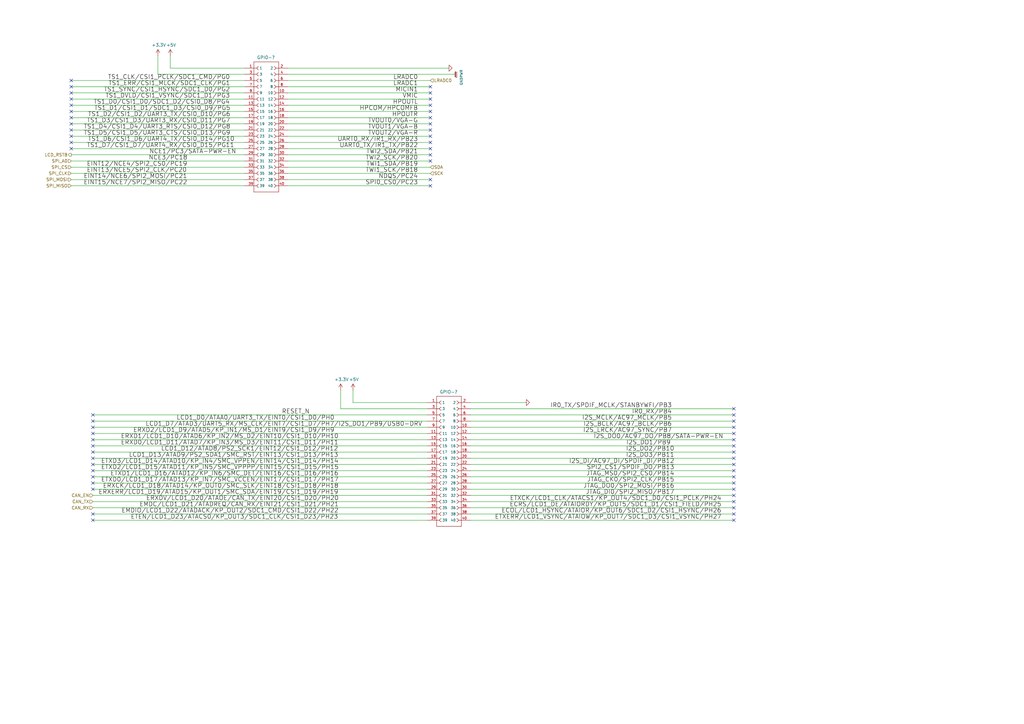
<source format=kicad_sch>
(kicad_sch (version 20211123) (generator eeschema)
  (paper "A3")
  (lib_symbols
    (symbol "centrale-rescue:FL40YA-V36P-2X20-LF" (pin_names (offset 1.016))
      (property "Reference" "CON" (at -5.08 26.162 0))
      (property "Value" "FL40YA-V36P-2X20-LF" (at -10.16 -30.48 0))
      (symbol "FL40YA-V36P-2X20-LF_1_0"
        (polyline (pts (xy -5.08 25.4) (xy -5.08 -27.94)))
        (polyline (pts (xy -5.08 25.4) (xy 5.08 25.4)))
        (polyline (pts (xy 5.08 -27.94) (xy -5.08 -27.94)))
        (polyline (pts (xy 5.08 -27.94) (xy 5.08 25.4)))
      )
      (symbol "FL40YA-V36P-2X20-LF_1_1"
        (arc (start -3.175 -24.765) (mid -3.81 -25.4) (end -3.175 -26.035))
        (arc (start -3.175 -22.225) (mid -3.81 -22.86) (end -3.175 -23.495))
        (arc (start -3.175 -19.685) (mid -3.81 -20.32) (end -3.175 -20.955))
        (arc (start -3.175 -17.145) (mid -3.81 -17.78) (end -3.175 -18.415))
        (arc (start -3.175 -14.605) (mid -3.81 -15.24) (end -3.175 -15.875))
        (arc (start -3.175 -12.065) (mid -3.81 -12.7) (end -3.175 -13.335))
        (arc (start -3.175 -9.525) (mid -3.81 -10.16) (end -3.175 -10.795))
        (arc (start -3.175 -6.985) (mid -3.81 -7.62) (end -3.175 -8.255))
        (arc (start -3.175 -4.445) (mid -3.81 -5.08) (end -3.175 -5.715))
        (arc (start -3.175 -1.905) (mid -3.81 -2.54) (end -3.175 -3.175))
        (arc (start -3.175 0.635) (mid -3.81 0) (end -3.175 -0.635))
        (arc (start -3.175 3.175) (mid -3.81 2.54) (end -3.175 1.905))
        (arc (start -3.175 5.715) (mid -3.81 5.08) (end -3.175 4.445))
        (arc (start -3.175 8.255) (mid -3.81 7.62) (end -3.175 6.985))
        (arc (start -3.175 10.795) (mid -3.81 10.16) (end -3.175 9.525))
        (arc (start -3.175 13.335) (mid -3.81 12.7) (end -3.175 12.065))
        (arc (start -3.175 15.875) (mid -3.81 15.24) (end -3.175 14.605))
        (arc (start -3.175 18.415) (mid -3.81 17.78) (end -3.175 17.145))
        (arc (start -3.175 20.955) (mid -3.81 20.32) (end -3.175 19.685))
        (arc (start -3.175 23.495) (mid -3.81 22.86) (end -3.175 22.225))
        (arc (start 3.175 -26.035) (mid 3.81 -25.4) (end 3.175 -24.765))
        (arc (start 3.175 -23.495) (mid 3.81 -22.86) (end 3.175 -22.225))
        (arc (start 3.175 -20.955) (mid 3.81 -20.32) (end 3.175 -19.685))
        (arc (start 3.175 -18.415) (mid 3.81 -17.78) (end 3.175 -17.145))
        (arc (start 3.175 -15.875) (mid 3.81 -15.24) (end 3.175 -14.605))
        (arc (start 3.175 -13.335) (mid 3.81 -12.7) (end 3.175 -12.065))
        (arc (start 3.175 -10.795) (mid 3.81 -10.16) (end 3.175 -9.525))
        (arc (start 3.175 -8.255) (mid 3.81 -7.62) (end 3.175 -6.985))
        (arc (start 3.175 -5.715) (mid 3.81 -5.08) (end 3.175 -4.445))
        (arc (start 3.175 -3.175) (mid 3.81 -2.54) (end 3.175 -1.905))
        (arc (start 3.175 -0.635) (mid 3.81 0) (end 3.175 0.635))
        (arc (start 3.175 1.905) (mid 3.81 2.54) (end 3.175 3.175))
        (arc (start 3.175 4.445) (mid 3.81 5.08) (end 3.175 5.715))
        (arc (start 3.175 6.985) (mid 3.81 7.62) (end 3.175 8.255))
        (arc (start 3.175 9.525) (mid 3.81 10.16) (end 3.175 10.795))
        (arc (start 3.175 12.065) (mid 3.81 12.7) (end 3.175 13.335))
        (arc (start 3.175 14.605) (mid 3.81 15.24) (end 3.175 15.875))
        (arc (start 3.175 17.145) (mid 3.81 17.78) (end 3.175 18.415))
        (arc (start 3.175 19.685) (mid 3.81 20.32) (end 3.175 20.955))
        (arc (start 3.175 22.225) (mid 3.81 22.86) (end 3.175 23.495))
        (pin passive line (at -8.89 -25.4 0) (length 5.08) (name "1") (number "1"))
        (pin passive line (at 8.89 -15.24 180) (length 5.08) (name "10") (number "10"))
        (pin passive line (at -8.89 -12.7 0) (length 5.08) (name "11") (number "11"))
        (pin passive line (at 8.89 -12.7 180) (length 5.08) (name "12") (number "12"))
        (pin passive line (at -8.89 -10.16 0) (length 5.08) (name "13") (number "13"))
        (pin passive line (at 8.89 -10.16 180) (length 5.08) (name "14") (number "14"))
        (pin passive line (at -8.89 -7.62 0) (length 5.08) (name "15") (number "15"))
        (pin passive line (at 8.89 -7.62 180) (length 5.08) (name "16") (number "16"))
        (pin passive line (at -8.89 -5.08 0) (length 5.08) (name "17") (number "17"))
        (pin passive line (at 8.89 -5.08 180) (length 5.08) (name "18") (number "18"))
        (pin passive line (at -8.89 -2.54 0) (length 5.08) (name "19") (number "19"))
        (pin passive line (at 8.89 -25.4 180) (length 5.08) (name "2") (number "2"))
        (pin passive line (at 8.89 -2.54 180) (length 5.08) (name "20") (number "20"))
        (pin passive line (at -8.89 0 0) (length 5.08) (name "21") (number "21"))
        (pin passive line (at 8.89 0 180) (length 5.08) (name "22") (number "22"))
        (pin passive line (at -8.89 2.54 0) (length 5.08) (name "23") (number "23"))
        (pin passive line (at 8.89 2.54 180) (length 5.08) (name "24") (number "24"))
        (pin passive line (at -8.89 5.08 0) (length 5.08) (name "25") (number "25"))
        (pin passive line (at 8.89 5.08 180) (length 5.08) (name "26") (number "26"))
        (pin passive line (at -8.89 7.62 0) (length 5.08) (name "27") (number "27"))
        (pin passive line (at 8.89 7.62 180) (length 5.08) (name "28") (number "28"))
        (pin passive line (at -8.89 10.16 0) (length 5.08) (name "29") (number "29"))
        (pin passive line (at -8.89 -22.86 0) (length 5.08) (name "3") (number "3"))
        (pin passive line (at 8.89 10.16 180) (length 5.08) (name "30") (number "30"))
        (pin passive line (at -8.89 12.7 0) (length 5.08) (name "31") (number "31"))
        (pin passive line (at 8.89 12.7 180) (length 5.08) (name "32") (number "32"))
        (pin passive line (at -8.89 15.24 0) (length 5.08) (name "33") (number "33"))
        (pin passive line (at 8.89 15.24 180) (length 5.08) (name "34") (number "34"))
        (pin passive line (at -8.89 17.78 0) (length 5.08) (name "35") (number "35"))
        (pin passive line (at 8.89 17.78 180) (length 5.08) (name "36") (number "36"))
        (pin passive line (at -8.89 20.32 0) (length 5.08) (name "37") (number "37"))
        (pin passive line (at 8.89 20.32 180) (length 5.08) (name "38") (number "38"))
        (pin passive line (at -8.89 22.86 0) (length 5.08) (name "39") (number "39"))
        (pin passive line (at 8.89 -22.86 180) (length 5.08) (name "4") (number "4"))
        (pin passive line (at 8.89 22.86 180) (length 5.08) (name "40") (number "40"))
        (pin passive line (at -8.89 -20.32 0) (length 5.08) (name "5") (number "5"))
        (pin passive line (at 8.89 -20.32 180) (length 5.08) (name "6") (number "6"))
        (pin passive line (at -8.89 -17.78 0) (length 5.08) (name "7") (number "7"))
        (pin passive line (at 8.89 -17.78 180) (length 5.08) (name "8") (number "8"))
        (pin passive line (at -8.89 -15.24 0) (length 5.08) (name "9") (number "9"))
      )
    )
    (symbol "centrale-rescue:GND" (power) (pin_names (offset 0))
      (symbol "GND_0_1"
        (polyline (pts (xy -1.27 0) (xy 0 -1.27) (xy 1.27 0) (xy -1.27 0)))
      )
      (symbol "GND_1_1"
        (pin power_in line (at 0 0 90) (length 0) hide (name "GND") (number "1"))
      )
    )
    (symbol "centrale-rescue:GNDPWR" (power) (pin_numbers hide) (pin_names (offset 0) hide)
      (property "Value" "GNDPWR" (at 0 -2.032 0))
      (symbol "GNDPWR_0_1"
        (polyline (pts (xy -1.016 0) (xy -1.27 -0.762) (xy -1.27 -0.762)) (stroke (width 0.2032)))
        (polyline (pts (xy -0.508 0) (xy -0.762 -0.762) (xy -0.762 -0.762)) (stroke (width 0.2032)))
        (polyline (pts (xy 0 0) (xy -0.254 -0.762) (xy -0.254 -0.762)) (stroke (width 0.2032)))
        (polyline (pts (xy 0.508 0) (xy 0.254 -0.762) (xy 0.254 -0.762)) (stroke (width 0.2032)))
        (polyline (pts (xy 1.016 0) (xy -1.016 0) (xy -1.016 0)) (stroke (width 0.254)))
        (polyline (pts (xy 1.016 0) (xy 0.762 -0.762) (xy 0.762 -0.762) (xy 0.762 -0.762)) (stroke (width 0.2032)))
      )
      (symbol "GNDPWR_1_1"
        (pin power_in line (at 0 0 90) (length 0) hide (name "GNDPWR") (number "1"))
      )
    )
    (symbol "power:+3.3V" (power) (pin_names (offset 0))
      (property "Value" "+3.3V" (at 0 3.556 0))
      (symbol "+3.3V_0_1"
        (polyline (pts (xy -0.762 1.27) (xy 0 2.54)))
        (polyline (pts (xy 0 0) (xy 0 2.54)))
        (polyline (pts (xy 0 2.54) (xy 0.762 1.27)))
      )
      (symbol "+3.3V_1_1"
        (pin power_in line (at 0 0 90) (length 0) hide (name "+3.3V") (number "1"))
      )
    )
    (symbol "power:+5V" (power) (pin_names (offset 0))
      (property "Value" "+5V" (at 0 3.556 0))
      (symbol "+5V_0_1"
        (polyline (pts (xy -0.762 1.27) (xy 0 2.54)))
        (polyline (pts (xy 0 0) (xy 0 2.54)))
        (polyline (pts (xy 0 2.54) (xy 0.762 1.27)))
      )
      (symbol "+5V_1_1"
        (pin power_in line (at 0 0 90) (length 0) hide (name "+5V") (number "1"))
      )
    )
  )
  (no_connect (at 176.53 45.72))
  (no_connect (at 38.1 195.58))
  (no_connect (at 38.1 187.96))
  (no_connect (at 29.21 33.02))
  (no_connect (at 300.99 182.88))
  (no_connect (at 29.21 55.88))
  (no_connect (at 300.99 185.42))
  (no_connect (at 29.21 53.34))
  (no_connect (at 176.53 38.1))
  (no_connect (at 176.53 40.64))
  (no_connect (at 38.1 185.42))
  (no_connect (at 38.1 213.36))
  (no_connect (at 300.99 170.18))
  (no_connect (at 29.21 40.64))
  (no_connect (at 38.1 198.12))
  (no_connect (at 176.53 66.04))
  (no_connect (at 176.53 63.5))
  (no_connect (at 38.1 177.8))
  (no_connect (at 38.1 180.34))
  (no_connect (at 176.53 76.2))
  (no_connect (at 300.99 193.04))
  (no_connect (at 300.99 213.36))
  (no_connect (at 29.21 45.72))
  (no_connect (at 176.53 53.34))
  (no_connect (at 300.99 187.96))
  (no_connect (at 29.21 38.1))
  (no_connect (at 176.53 55.88))
  (no_connect (at 176.53 58.42))
  (no_connect (at 300.99 177.8))
  (no_connect (at 300.99 172.72))
  (no_connect (at 176.53 73.66))
  (no_connect (at 176.53 60.96))
  (no_connect (at 29.21 50.8))
  (no_connect (at 29.21 35.56))
  (no_connect (at 300.99 180.34))
  (no_connect (at 38.1 200.66))
  (no_connect (at 300.99 195.58))
  (no_connect (at 38.1 175.26))
  (no_connect (at 176.53 35.56))
  (no_connect (at 176.53 43.18))
  (no_connect (at 300.99 203.2))
  (no_connect (at 29.21 48.26))
  (no_connect (at 300.99 167.64))
  (no_connect (at 300.99 190.5))
  (no_connect (at 300.99 205.74))
  (no_connect (at 38.1 170.18))
  (no_connect (at 29.21 58.42))
  (no_connect (at 38.1 193.04))
  (no_connect (at 300.99 200.66))
  (no_connect (at 29.21 60.96))
  (no_connect (at 176.53 48.26))
  (no_connect (at 300.99 210.82))
  (no_connect (at 38.1 190.5))
  (no_connect (at 176.53 50.8))
  (no_connect (at 300.99 198.12))
  (no_connect (at 38.1 210.82))
  (no_connect (at 300.99 175.26))
  (no_connect (at 29.21 43.18))
  (no_connect (at 300.99 208.28))
  (no_connect (at 38.1 182.88))
  (no_connect (at 38.1 172.72))
  (wire (pts (xy 100.33 55.88) (xy 29.21 55.88)))
  (wire (pts (xy 118.11 66.04) (xy 176.53 66.04)))
  (wire (pts (xy 175.26 170.18) (xy 38.1 170.18)))
  (wire (pts (xy 118.11 38.1) (xy 176.53 38.1)))
  (wire (pts (xy 100.33 35.56) (xy 29.21 35.56)))
  (wire (pts (xy 118.11 58.42) (xy 176.53 58.42)))
  (wire (pts (xy 118.11 50.8) (xy 176.53 50.8)))
  (wire (pts (xy 118.11 40.64) (xy 176.53 40.64)))
  (wire (pts (xy 100.33 71.12) (xy 29.21 71.12)))
  (wire (pts (xy 175.26 195.58) (xy 38.1 195.58)))
  (wire (pts (xy 175.26 180.34) (xy 38.1 180.34)))
  (wire (pts (xy 193.04 213.36) (xy 300.99 213.36)))
  (wire (pts (xy 69.85 27.94) (xy 69.85 22.86)))
  (wire (pts (xy 193.04 172.72) (xy 300.99 172.72)))
  (wire (pts (xy 118.11 71.12) (xy 176.53 71.12)))
  (wire (pts (xy 100.33 45.72) (xy 29.21 45.72)))
  (wire (pts (xy 100.33 53.34) (xy 29.21 53.34)))
  (wire (pts (xy 193.04 167.64) (xy 300.99 167.64)))
  (wire (pts (xy 193.04 190.5) (xy 300.99 190.5)))
  (wire (pts (xy 175.26 208.28) (xy 38.1 208.28)))
  (wire (pts (xy 118.11 60.96) (xy 176.53 60.96)))
  (wire (pts (xy 118.11 45.72) (xy 176.53 45.72)))
  (wire (pts (xy 118.11 68.58) (xy 176.53 68.58)))
  (wire (pts (xy 175.26 167.64) (xy 139.7 167.64)))
  (wire (pts (xy 118.11 63.5) (xy 176.53 63.5)))
  (wire (pts (xy 193.04 193.04) (xy 300.99 193.04)))
  (wire (pts (xy 100.33 68.58) (xy 29.21 68.58)))
  (wire (pts (xy 118.11 33.02) (xy 176.53 33.02)))
  (wire (pts (xy 118.11 76.2) (xy 176.53 76.2)))
  (wire (pts (xy 100.33 63.5) (xy 29.21 63.5)))
  (wire (pts (xy 193.04 175.26) (xy 300.99 175.26)))
  (wire (pts (xy 175.26 175.26) (xy 38.1 175.26)))
  (wire (pts (xy 175.26 205.74) (xy 38.1 205.74)))
  (wire (pts (xy 118.11 35.56) (xy 176.53 35.56)))
  (wire (pts (xy 118.11 43.18) (xy 176.53 43.18)))
  (wire (pts (xy 193.04 187.96) (xy 300.99 187.96)))
  (wire (pts (xy 175.26 198.12) (xy 38.1 198.12)))
  (wire (pts (xy 175.26 185.42) (xy 38.1 185.42)))
  (wire (pts (xy 118.11 53.34) (xy 176.53 53.34)))
  (wire (pts (xy 100.33 76.2) (xy 29.21 76.2)))
  (wire (pts (xy 118.11 30.48) (xy 186.69 30.48)))
  (wire (pts (xy 100.33 60.96) (xy 29.21 60.96)))
  (wire (pts (xy 144.78 165.1) (xy 144.78 160.02)))
  (wire (pts (xy 100.33 73.66) (xy 29.21 73.66)))
  (wire (pts (xy 175.26 200.66) (xy 38.1 200.66)))
  (wire (pts (xy 175.26 193.04) (xy 38.1 193.04)))
  (wire (pts (xy 193.04 203.2) (xy 300.99 203.2)))
  (wire (pts (xy 175.26 165.1) (xy 144.78 165.1)))
  (wire (pts (xy 175.26 177.8) (xy 38.1 177.8)))
  (wire (pts (xy 100.33 40.64) (xy 29.21 40.64)))
  (wire (pts (xy 193.04 185.42) (xy 300.99 185.42)))
  (wire (pts (xy 100.33 27.94) (xy 69.85 27.94)))
  (wire (pts (xy 193.04 195.58) (xy 300.99 195.58)))
  (wire (pts (xy 193.04 205.74) (xy 300.99 205.74)))
  (wire (pts (xy 175.26 203.2) (xy 38.1 203.2)))
  (wire (pts (xy 175.26 190.5) (xy 38.1 190.5)))
  (wire (pts (xy 193.04 200.66) (xy 300.99 200.66)))
  (wire (pts (xy 100.33 58.42) (xy 29.21 58.42)))
  (wire (pts (xy 100.33 38.1) (xy 29.21 38.1)))
  (wire (pts (xy 118.11 73.66) (xy 176.53 73.66)))
  (wire (pts (xy 118.11 48.26) (xy 176.53 48.26)))
  (wire (pts (xy 64.77 30.48) (xy 64.77 22.86)))
  (wire (pts (xy 175.26 213.36) (xy 38.1 213.36)))
  (wire (pts (xy 175.26 182.88) (xy 38.1 182.88)))
  (wire (pts (xy 100.33 30.48) (xy 64.77 30.48)))
  (wire (pts (xy 193.04 177.8) (xy 300.99 177.8)))
  (wire (pts (xy 100.33 66.04) (xy 29.21 66.04)))
  (wire (pts (xy 175.26 210.82) (xy 38.1 210.82)))
  (wire (pts (xy 193.04 198.12) (xy 300.99 198.12)))
  (wire (pts (xy 118.11 27.94) (xy 184.15 27.94)))
  (wire (pts (xy 193.04 165.1) (xy 215.9 165.1)))
  (wire (pts (xy 100.33 50.8) (xy 29.21 50.8)))
  (wire (pts (xy 100.33 48.26) (xy 29.21 48.26)))
  (wire (pts (xy 193.04 170.18) (xy 300.99 170.18)))
  (wire (pts (xy 175.26 172.72) (xy 38.1 172.72)))
  (wire (pts (xy 118.11 55.88) (xy 176.53 55.88)))
  (wire (pts (xy 193.04 182.88) (xy 300.99 182.88)))
  (wire (pts (xy 139.7 167.64) (xy 139.7 160.02)))
  (wire (pts (xy 193.04 180.34) (xy 300.99 180.34)))
  (wire (pts (xy 100.33 43.18) (xy 29.21 43.18)))
  (wire (pts (xy 193.04 208.28) (xy 300.99 208.28)))
  (wire (pts (xy 193.04 210.82) (xy 300.99 210.82)))
  (wire (pts (xy 100.33 33.02) (xy 29.21 33.02)))
  (wire (pts (xy 175.26 187.96) (xy 38.1 187.96)))
  (label "TWI1_SCK/PB18" (at 171.45 71.12 180) (effects (font (size 1.778 1.778))))
  (label "NCE1/PC3/SATA-PWR-EN" (at 61.214 63.5 0) (effects (font (size 1.778 1.778))))
  (label "TS1_D0/CSI1_D0/SDC1_D2/CSI0_D8/PG4" (at 38.354 43.18 0) (effects (font (size 1.778 1.778))))
  (label "EINT13/NCE5/SPI2_CLK/PC20" (at 35.56 71.12 0) (effects (font (size 1.778 1.778))))
  (label "HPOUTL" (at 171.45 43.18 180) (effects (font (size 1.778 1.778))))
  (label "LCD1_D12/ATAD8/PS2_SCK1/EINT12/CSI1_D12/PH12" (at 66.04 185.42 0) (effects (font (size 1.778 1.778))))
  (label "I2S_DO1/PB9" (at 275.082 182.88 180) (effects (font (size 1.778 1.778))))
  (label "LRADC0" (at 171.45 33.02 180) (effects (font (size 1.778 1.778))))
  (label "RESET_N" (at 115.57 170.18 0) (effects (font (size 1.778 1.778))))
  (label "EMDIO/LCD1_D22/ATADACK/KP_OUT2/SDC1_CMD/CSI1_D22/PH22" (at 49.784 210.82 0) (effects (font (size 1.778 1.778))))
  (label "LCD1_D0/ATAA0/UART3_TX/EINT0/CSI1_D0/PH0" (at 72.39 172.72 0) (effects (font (size 1.778 1.778))))
  (label "TS1_DVLD/CSI1_VSYNC/SDC1_D1/PG3" (at 43.18 40.64 0) (effects (font (size 1.778 1.778))))
  (label "TS1_D5/CSI1_D5/UART3_CTS/CSI0_D13/PG9" (at 34.29 55.88 0) (effects (font (size 1.778 1.778))))
  (label "NDQS/PC24" (at 171.45 73.66 180) (effects (font (size 1.778 1.778))))
  (label "IR0_TX/SPDIF_MCLK/STANBYWFI/PB3" (at 275.59 167.64 180) (effects (font (size 1.778 1.778))))
  (label "ERXDV/LCD1_D20/ATAOE/CAN_TX/EINT20/CSI1_D20/PH20" (at 59.944 205.74 0) (effects (font (size 1.778 1.778))))
  (label "TS1_CLK/CSI1_PCLK/SDC1_CMD/PG0" (at 44.196 33.02 0) (effects (font (size 1.778 1.778))))
  (label "TWI2_SDA/PB21" (at 171.45 63.5 180) (effects (font (size 1.778 1.778))))
  (label "ECOL/LCD1_HSYNC/ATAIOR/KP_OUT6/SDC1_D2/CSI1_HSYNC/PH26" (at 295.91 210.82 0) (effects (font (size 1.778 1.778))))
  (label "MICIN1" (at 171.45 38.1 180) (effects (font (size 1.778 1.778))))
  (label "ETXCK/LCD1_CLK/ATACS1/KP_OUT4/SDC1_D0/CSI1_PCLK/PH24" (at 295.91 205.74 0) (effects (font (size 1.778 1.778))))
  (label "EINT15/NCE7/SPI2_MISO/PC22" (at 34.29 76.2 0) (effects (font (size 1.778 1.778))))
  (label "UART0_TX/IR1_TX/PB22" (at 171.45 60.96 180) (effects (font (size 1.778 1.778))))
  (label "LCD1_D13/ATAD9/PS2_SDA1/SMC_RST/EINT13/CSI1_D13/PH13" (at 52.832 187.96 0) (effects (font (size 1.778 1.778))))
  (label "I2S_BCLK/AC97_BCLK/PB6" (at 275.59 175.26 180) (effects (font (size 1.778 1.778))))
  (label "ETXD2/LCD1_D15/ATAD11/KP_IN5/SMC_VPPPP/EINT15/CSI1_D15/PH15" (at 41.402 193.04 0) (effects (font (size 1.778 1.778))))
  (label "TS1_D4/CSI1_D4/UART3_RTS/CSI0_D12/PG8" (at 34.29 53.34 0) (effects (font (size 1.778 1.778))))
  (label "ETEN/LCD1_D23/ATACS0/KP_OUT3/SDC1_CLK/CSI1_D23/PH23" (at 53.594 213.36 0) (effects (font (size 1.778 1.778))))
  (label "I2S_MCLK/AC97_MCLK/PB5" (at 275.59 172.72 180) (effects (font (size 1.778 1.778))))
  (label "ERXD1/LCD1_D10/ATAD6/KP_IN2/MS_D2/EINT10/CSI1_D10/PH10" (at 49.53 180.34 0) (effects (font (size 1.778 1.778))))
  (label "UART0_RX/IR1_RX/PB23" (at 171.45 58.42 180) (effects (font (size 1.778 1.778))))
  (label "ETXD1/LCD1_D16/ATAD12/KP_IN6/SMC_DET/EINT16/CSI1_D16/PH16" (at 45.212 195.58 0) (effects (font (size 1.778 1.778))))
  (label "JTAG_CK0/SPI2_CLK/PB15" (at 276.606 198.12 180) (effects (font (size 1.778 1.778))))
  (label "HPCOM/HPCOMFB" (at 171.45 45.72 180) (effects (font (size 1.778 1.778))))
  (label "LCD1_D7/ATAD3/UART5_RX/MS_CLK/EINT7/CSI1_D7/PH7/I2S_DO1/PB9/USB0-DRV" (at 59.69 175.26 0) (effects (font (size 1.778 1.778))))
  (label "LRADC1" (at 171.45 35.56 180) (effects (font (size 1.778 1.778))))
  (label "TS1_ERR/CSI1_MLCK/SDC1_CLK/PG1" (at 44.45 35.56 0) (effects (font (size 1.778 1.778))))
  (label "TS1_D1/CSI1_D1/SDC1_D3/CSI0_D9/PG5" (at 38.608 45.72 0) (effects (font (size 1.778 1.778))))
  (label "I2S_DO0/AC97_DO/PB8/SATA-PWR-EN" (at 296.672 180.34 180) (effects (font (size 1.778 1.778))))
  (label "ERXCK/LCD1_D18/ATAD14/KP_OUT0/SMC_SLK/EINT18/CSI1_D18/PH18" (at 42.164 200.66 0) (effects (font (size 1.778 1.778))))
  (label "SPI0_CS0/PC23" (at 171.45 76.2 180) (effects (font (size 1.778 1.778))))
  (label "TWI2_SCK/PB20" (at 171.45 66.04 180) (effects (font (size 1.778 1.778))))
  (label "TS1_D6/CSI1_D6/UART4_TX/CSI0_D14/PG10" (at 36.068 58.42 0) (effects (font (size 1.778 1.778))))
  (label "ERXERR/LCD1_D19/ATAD15/KP_OUT1/SMC_SDA/EINT19/CSI1_D19/PH19" (at 40.386 203.2 0) (effects (font (size 1.778 1.778))))
  (label "IR0_RX/PB4" (at 275.59 170.18 180) (effects (font (size 1.778 1.778))))
  (label "JTAG_MS0/SPI2_CS0/PB14" (at 276.606 195.58 180) (effects (font (size 1.778 1.778))))
  (label "ETXD3/LCD1_D14/ATAD10/KP_IN4/SMC_VPPEN/EINT14/CSI1_D14/PH14" (at 41.402 190.5 0) (effects (font (size 1.778 1.778))))
  (label "HPOUTR" (at 171.45 48.26 180) (effects (font (size 1.778 1.778))))
  (label "TS1_D7/CSI1_D7/UART4_RX/CSI0_D15/PG11" (at 35.56 60.96 0) (effects (font (size 1.778 1.778))))
  (label "ERXD0/LCD1_D11/ATAD7/KP_IN3/MS_D3/EINT11/CSI1_D11/PH11" (at 49.53 182.88 0) (effects (font (size 1.778 1.778))))
  (label "TS1_D2/CSI1_D2/UART3_TX/CSI0_D10/PG6" (at 36.068 48.26 0) (effects (font (size 1.778 1.778))))
  (label "EMDC/LCD1_D21/ATADREQ/CAN_RX/EINT21/CSI1_D21/PH21" (at 57.15 208.28 0) (effects (font (size 1.778 1.778))))
  (label "ETXD0/LCD1_D17/ATAD13/KP_IN7/SMC_VCCEN/EINT17/CSI1_D17/PH17" (at 41.402 198.12 0) (effects (font (size 1.778 1.778))))
  (label "EINT14/NCE6/SPI2_MOSI/PC21" (at 34.29 73.66 0) (effects (font (size 1.778 1.778))))
  (label "TS1_D3/CSI1_D3/UART3_RX/CSI0_D11/PG7" (at 35.56 50.8 0) (effects (font (size 1.778 1.778))))
  (label "I2S_DI/AC97_DI/SPDIF_DI/PB12" (at 276.606 190.5 180) (effects (font (size 1.778 1.778))))
  (label "TVOUT1/VGA-B" (at 171.45 53.34 180) (effects (font (size 1.778 1.778))))
  (label "JTAG_DI0/SPI2_MISO/PB17" (at 276.606 203.2 180) (effects (font (size 1.778 1.778))))
  (label "TVOUT0/VGA-G" (at 171.45 50.8 180) (effects (font (size 1.778 1.778))))
  (label "TS1_SYNC/CSI1_HSYNC/SDC1_D0/PG2" (at 42.545 38.1 0) (effects (font (size 1.778 1.778))))
  (label "I2S_DO3/PB11" (at 276.606 187.96 180) (effects (font (size 1.778 1.778))))
  (label "EINT12/NCE4/SPI2_CS0/PC19" (at 35.56 68.58 0) (effects (font (size 1.778 1.778))))
  (label "I2S_DO2/PB10" (at 276.606 185.42 180) (effects (font (size 1.778 1.778))))
  (label "ETXERR/LCD1_VSYNC/ATAIOW/KP_OUT7/SDC1_D3/CSI1_VSYNC/PH27" (at 295.91 213.36 0) (effects (font (size 1.778 1.778))))
  (label "NCE3/PC18" (at 60.96 66.04 0) (effects (font (size 1.778 1.778))))
  (label "TVOUT2/VGA-R" (at 171.45 55.88 180) (effects (font (size 1.778 1.778))))
  (label "I2S_LRCK/AC97_SYNC/PB7" (at 275.59 177.8 180) (effects (font (size 1.778 1.778))))
  (label "ERXD2/LCD1_D9/ATAD5/KP_IN1/MS_D1/EINT9/CSI1_D9/PH9" (at 54.61 177.8 0) (effects (font (size 1.778 1.778))))
  (label "VMIC" (at 171.45 40.64 180) (effects (font (size 1.778 1.778))))
  (label "SPI2_CS1/SPDIF_DO/PB13" (at 276.606 193.04 180) (effects (font (size 1.778 1.778))))
  (label "ECRS/LCD1_DE/ATAIORDY/KP_OUT5/SDC1_D1/CSI1_FIELD/PH25" (at 295.91 208.28 0) (effects (font (size 1.778 1.778))))
  (label "TWI1_SDA/PB19" (at 171.45 68.58 180) (effects (font (size 1.778 1.778))))
  (label "JTAG_DO0/SPI2_MOSI/PB16" (at 276.606 200.66 180) (effects (font (size 1.778 1.778))))
  (hierarchical_label "SCK" (shape input) (at 176.53 71.12 0))
  (hierarchical_label "LRADC0" (shape input) (at 176.53 33.02 0))
  (hierarchical_label "SPI_MISO" (shape input) (at 29.21 76.2 180))
  (hierarchical_label "CAN_EN" (shape input) (at 38.1 203.2 180))
  (hierarchical_label "CAN_TX" (shape input) (at 38.1 205.74 180))
  (hierarchical_label "SPI_CS" (shape input) (at 29.21 68.58 180))
  (hierarchical_label "SDA" (shape input) (at 176.53 68.58 0))
  (hierarchical_label "SPI_A0" (shape input) (at 29.21 66.04 180))
  (hierarchical_label "CAN_RX" (shape input) (at 38.1 208.28 180))
  (hierarchical_label "SPI_MOSI" (shape input) (at 29.21 73.66 180))
  (hierarchical_label "LCD_RSTB" (shape output) (at 29.21 63.5 180))
  (hierarchical_label "SPI_CLK" (shape input) (at 29.21 71.12 180))
  (symbol (lib_id "centrale-rescue:FL40YA-V36P-2X20-LF") (at 109.22 53.34 0) (mirror x) (unit 1)
    (property "Reference" "GPIO-?" (at 105.41 22.86 0) (effects (justify left bottom)))
  )
  (symbol (lib_id "centrale-rescue:GND") (at 184.15 27.94 90) (unit 1)
    (property "Reference" "#PWR?" (effects hide))
  )
  (symbol (lib_id "centrale-rescue:GNDPWR") (at 186.69 30.48 90) (unit 1)
    (property "Reference" "#PWR?" (effects hide))
  )
  (symbol (lib_id "centrale-rescue:FL40YA-V36P-2X20-LF") (at 184.15 190.5 0) (mirror x) (unit 1)
    (property "Reference" "GPIO-?" (at 180.34 160.02 0) (effects (justify left bottom)))
  )
  (symbol (lib_id "centrale-rescue:GND") (at 215.9 165.1 90) (unit 1)
    (property "Reference" "#PWR?" (effects hide))
  )
  (symbol (lib_id "power:+3.3V") (at 139.7 160.02 0) (unit 1)
    (property "Reference" "#PWR0105" (effects hide))
  )
  (symbol (lib_id "power:+5V") (at 144.78 160.02 0) (unit 1)
    (property "Reference" "#PWR0106" (effects hide))
  )
  (symbol (lib_id "power:+5V") (at 69.85 22.86 0) (unit 1)
    (property "Reference" "#PWR0107" (effects hide))
  )
  (symbol (lib_id "power:+3.3V") (at 64.77 22.86 0) (unit 1)
    (property "Reference" "#PWR0108" (effects hide))
  )
)
</source>
